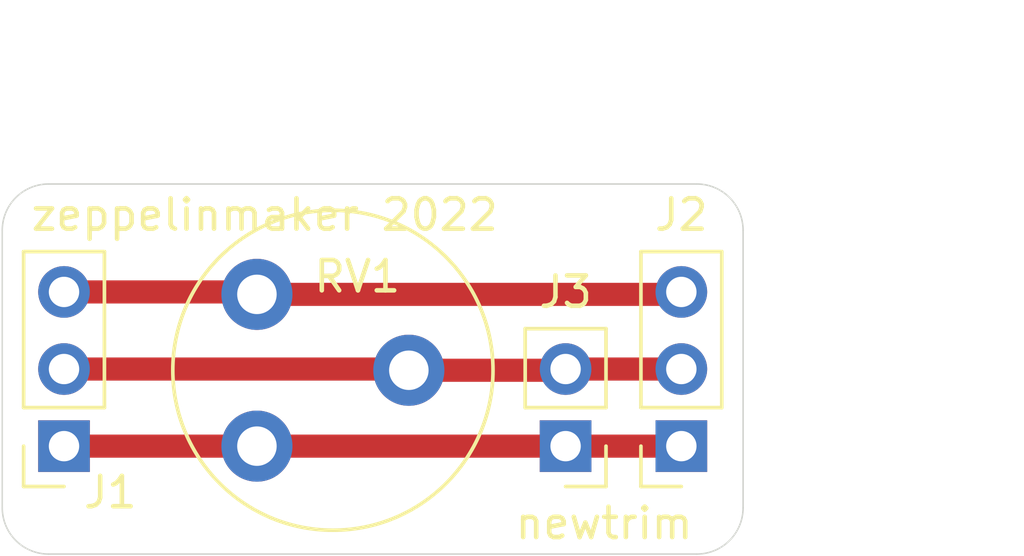
<source format=kicad_pcb>
(kicad_pcb (version 20171130) (host pcbnew "(5.1.4-0-10_14)")

  (general
    (thickness 1.6)
    (drawings 12)
    (tracks 12)
    (zones 0)
    (modules 4)
    (nets 4)
  )

  (page A4)
  (layers
    (0 F.Cu signal)
    (31 B.Cu signal)
    (32 B.Adhes user)
    (33 F.Adhes user)
    (34 B.Paste user)
    (35 F.Paste user)
    (36 B.SilkS user)
    (37 F.SilkS user)
    (38 B.Mask user)
    (39 F.Mask user)
    (40 Dwgs.User user)
    (41 Cmts.User user)
    (42 Eco1.User user)
    (43 Eco2.User user)
    (44 Edge.Cuts user)
    (45 Margin user)
    (46 B.CrtYd user)
    (47 F.CrtYd user)
    (48 B.Fab user)
    (49 F.Fab user hide)
  )

  (setup
    (last_trace_width 0.762)
    (user_trace_width 0.508)
    (user_trace_width 0.762)
    (trace_clearance 0.2)
    (zone_clearance 0.508)
    (zone_45_only no)
    (trace_min 0.2)
    (via_size 0.8)
    (via_drill 0.4)
    (via_min_size 0.4)
    (via_min_drill 0.3)
    (uvia_size 0.3)
    (uvia_drill 0.1)
    (uvias_allowed no)
    (uvia_min_size 0.2)
    (uvia_min_drill 0.1)
    (edge_width 0.05)
    (segment_width 0.2)
    (pcb_text_width 0.3)
    (pcb_text_size 1.5 1.5)
    (mod_edge_width 0.12)
    (mod_text_size 1 1)
    (mod_text_width 0.15)
    (pad_size 1.524 1.524)
    (pad_drill 0.762)
    (pad_to_mask_clearance 0.051)
    (solder_mask_min_width 0.25)
    (aux_axis_origin 0 0)
    (visible_elements FFFFFF7F)
    (pcbplotparams
      (layerselection 0x3ffff_ffffffff)
      (usegerberextensions false)
      (usegerberattributes false)
      (usegerberadvancedattributes false)
      (creategerberjobfile false)
      (excludeedgelayer true)
      (linewidth 0.100000)
      (plotframeref false)
      (viasonmask false)
      (mode 1)
      (useauxorigin false)
      (hpglpennumber 1)
      (hpglpenspeed 20)
      (hpglpendiameter 15.000000)
      (psnegative false)
      (psa4output false)
      (plotreference true)
      (plotvalue true)
      (plotinvisibletext false)
      (padsonsilk false)
      (subtractmaskfromsilk false)
      (outputformat 1)
      (mirror false)
      (drillshape 0)
      (scaleselection 1)
      (outputdirectory "newtrim-gerber/"))
  )

  (net 0 "")
  (net 1 "Net-(J1-Pad3)")
  (net 2 "Net-(J1-Pad2)")
  (net 3 "Net-(J1-Pad1)")

  (net_class Default "This is the default net class."
    (clearance 0.2)
    (trace_width 0.25)
    (via_dia 0.8)
    (via_drill 0.4)
    (uvia_dia 0.3)
    (uvia_drill 0.1)
    (add_net "Net-(J1-Pad1)")
    (add_net "Net-(J1-Pad2)")
    (add_net "Net-(J1-Pad3)")
  )

  (module Connector_PinSocket_2.54mm:PinSocket_1x03_P2.54mm_Vertical (layer F.Cu) (tedit 5A19A429) (tstamp 6290F200)
    (at 73.66 91.44 180)
    (descr "Through hole straight socket strip, 1x03, 2.54mm pitch, single row (from Kicad 4.0.7), script generated")
    (tags "Through hole socket strip THT 1x03 2.54mm single row")
    (path /6290F3F0)
    (fp_text reference J1 (at -1.524 -1.524) (layer F.SilkS)
      (effects (font (size 1 1) (thickness 0.15)))
    )
    (fp_text value Conn_01x03 (at 0 7.85) (layer F.Fab)
      (effects (font (size 1 1) (thickness 0.15)))
    )
    (fp_text user %R (at 0 2.54 90) (layer F.Fab)
      (effects (font (size 1 1) (thickness 0.15)))
    )
    (fp_line (start -1.8 6.85) (end -1.8 -1.8) (layer F.CrtYd) (width 0.05))
    (fp_line (start 1.75 6.85) (end -1.8 6.85) (layer F.CrtYd) (width 0.05))
    (fp_line (start 1.75 -1.8) (end 1.75 6.85) (layer F.CrtYd) (width 0.05))
    (fp_line (start -1.8 -1.8) (end 1.75 -1.8) (layer F.CrtYd) (width 0.05))
    (fp_line (start 0 -1.33) (end 1.33 -1.33) (layer F.SilkS) (width 0.12))
    (fp_line (start 1.33 -1.33) (end 1.33 0) (layer F.SilkS) (width 0.12))
    (fp_line (start 1.33 1.27) (end 1.33 6.41) (layer F.SilkS) (width 0.12))
    (fp_line (start -1.33 6.41) (end 1.33 6.41) (layer F.SilkS) (width 0.12))
    (fp_line (start -1.33 1.27) (end -1.33 6.41) (layer F.SilkS) (width 0.12))
    (fp_line (start -1.33 1.27) (end 1.33 1.27) (layer F.SilkS) (width 0.12))
    (fp_line (start -1.27 6.35) (end -1.27 -1.27) (layer F.Fab) (width 0.1))
    (fp_line (start 1.27 6.35) (end -1.27 6.35) (layer F.Fab) (width 0.1))
    (fp_line (start 1.27 -0.635) (end 1.27 6.35) (layer F.Fab) (width 0.1))
    (fp_line (start 0.635 -1.27) (end 1.27 -0.635) (layer F.Fab) (width 0.1))
    (fp_line (start -1.27 -1.27) (end 0.635 -1.27) (layer F.Fab) (width 0.1))
    (pad 3 thru_hole oval (at 0 5.08 180) (size 1.7 1.7) (drill 1) (layers *.Cu *.Mask)
      (net 1 "Net-(J1-Pad3)"))
    (pad 2 thru_hole oval (at 0 2.54 180) (size 1.7 1.7) (drill 1) (layers *.Cu *.Mask)
      (net 2 "Net-(J1-Pad2)"))
    (pad 1 thru_hole rect (at 0 0 180) (size 1.7 1.7) (drill 1) (layers *.Cu *.Mask)
      (net 3 "Net-(J1-Pad1)"))
    (model ${KISYS3DMOD}/Connector_PinSocket_2.54mm.3dshapes/PinSocket_1x03_P2.54mm_Vertical.wrl
      (at (xyz 0 0 0))
      (scale (xyz 1 1 1))
      (rotate (xyz 0 0 0))
    )
  )

  (module Connector_PinSocket_2.54mm:PinSocket_1x03_P2.54mm_Vertical (layer F.Cu) (tedit 5A19A429) (tstamp 6290F217)
    (at 93.98 91.44 180)
    (descr "Through hole straight socket strip, 1x03, 2.54mm pitch, single row (from Kicad 4.0.7), script generated")
    (tags "Through hole socket strip THT 1x03 2.54mm single row")
    (path /6290E3E7)
    (fp_text reference J2 (at 0 7.62) (layer F.SilkS)
      (effects (font (size 1 1) (thickness 0.15)))
    )
    (fp_text value Conn_01x03 (at 0 7.85) (layer F.Fab)
      (effects (font (size 1 1) (thickness 0.15)))
    )
    (fp_line (start -1.27 -1.27) (end 0.635 -1.27) (layer F.Fab) (width 0.1))
    (fp_line (start 0.635 -1.27) (end 1.27 -0.635) (layer F.Fab) (width 0.1))
    (fp_line (start 1.27 -0.635) (end 1.27 6.35) (layer F.Fab) (width 0.1))
    (fp_line (start 1.27 6.35) (end -1.27 6.35) (layer F.Fab) (width 0.1))
    (fp_line (start -1.27 6.35) (end -1.27 -1.27) (layer F.Fab) (width 0.1))
    (fp_line (start -1.33 1.27) (end 1.33 1.27) (layer F.SilkS) (width 0.12))
    (fp_line (start -1.33 1.27) (end -1.33 6.41) (layer F.SilkS) (width 0.12))
    (fp_line (start -1.33 6.41) (end 1.33 6.41) (layer F.SilkS) (width 0.12))
    (fp_line (start 1.33 1.27) (end 1.33 6.41) (layer F.SilkS) (width 0.12))
    (fp_line (start 1.33 -1.33) (end 1.33 0) (layer F.SilkS) (width 0.12))
    (fp_line (start 0 -1.33) (end 1.33 -1.33) (layer F.SilkS) (width 0.12))
    (fp_line (start -1.8 -1.8) (end 1.75 -1.8) (layer F.CrtYd) (width 0.05))
    (fp_line (start 1.75 -1.8) (end 1.75 6.85) (layer F.CrtYd) (width 0.05))
    (fp_line (start 1.75 6.85) (end -1.8 6.85) (layer F.CrtYd) (width 0.05))
    (fp_line (start -1.8 6.85) (end -1.8 -1.8) (layer F.CrtYd) (width 0.05))
    (fp_text user %R (at 0 2.54 90) (layer F.Fab)
      (effects (font (size 1 1) (thickness 0.15)))
    )
    (pad 1 thru_hole rect (at 0 0 180) (size 1.7 1.7) (drill 1) (layers *.Cu *.Mask)
      (net 3 "Net-(J1-Pad1)"))
    (pad 2 thru_hole oval (at 0 2.54 180) (size 1.7 1.7) (drill 1) (layers *.Cu *.Mask)
      (net 2 "Net-(J1-Pad2)"))
    (pad 3 thru_hole oval (at 0 5.08 180) (size 1.7 1.7) (drill 1) (layers *.Cu *.Mask)
      (net 1 "Net-(J1-Pad3)"))
    (model ${KISYS3DMOD}/Connector_PinSocket_2.54mm.3dshapes/PinSocket_1x03_P2.54mm_Vertical.wrl
      (at (xyz 0 0 0))
      (scale (xyz 1 1 1))
      (rotate (xyz 0 0 0))
    )
  )

  (module Potentiometer_THT:Potentiometer_Piher_PT-10-V05_Vertical (layer F.Cu) (tedit 5A3D4994) (tstamp 6290F226)
    (at 80.01 91.44)
    (descr "Potentiometer, vertical, Piher PT-10-V05, http://www.piher-nacesa.com/pdf/12-PT10v03.pdf")
    (tags "Potentiometer vertical Piher PT-10-V05")
    (path /6290FEFC)
    (fp_text reference RV1 (at 3.302 -5.588) (layer F.SilkS)
      (effects (font (size 1 1) (thickness 0.15)))
    )
    (fp_text value R_POT_TRIM (at 2.5 3.9) (layer F.Fab)
      (effects (font (size 1 1) (thickness 0.15)))
    )
    (fp_circle (center 2.5 -2.5) (end 7.65 -2.5) (layer F.Fab) (width 0.1))
    (fp_circle (center 2.5 -2.5) (end 4 -2.5) (layer F.Fab) (width 0.1))
    (fp_circle (center 2.501 -2.5) (end 7.771 -2.5) (layer F.SilkS) (width 0.12))
    (fp_line (start -2.9 -7.9) (end -2.9 2.95) (layer F.CrtYd) (width 0.05))
    (fp_line (start -2.9 2.95) (end 7.9 2.95) (layer F.CrtYd) (width 0.05))
    (fp_line (start 7.9 2.95) (end 7.9 -7.9) (layer F.CrtYd) (width 0.05))
    (fp_line (start 7.9 -7.9) (end -2.9 -7.9) (layer F.CrtYd) (width 0.05))
    (fp_text user %R (at -1.45 -2.5 90) (layer F.Fab)
      (effects (font (size 1 1) (thickness 0.15)))
    )
    (pad 3 thru_hole circle (at 0 -5) (size 2.34 2.34) (drill 1.3) (layers *.Cu *.Mask)
      (net 1 "Net-(J1-Pad3)"))
    (pad 2 thru_hole circle (at 5 -2.5) (size 2.34 2.34) (drill 1.3) (layers *.Cu *.Mask)
      (net 2 "Net-(J1-Pad2)"))
    (pad 1 thru_hole circle (at 0 0) (size 2.34 2.34) (drill 1.3) (layers *.Cu *.Mask)
      (net 3 "Net-(J1-Pad1)"))
    (model ${KISYS3DMOD}/Potentiometer_THT.3dshapes/Potentiometer_Piher_PT-10-V05_Vertical.wrl
      (at (xyz 0 0 0))
      (scale (xyz 1 1 1))
      (rotate (xyz 0 0 0))
    )
  )

  (module Connector_PinHeader_2.54mm:PinHeader_1x02_P2.54mm_Vertical (layer F.Cu) (tedit 59FED5CC) (tstamp 6290F710)
    (at 90.17 91.44 180)
    (descr "Through hole straight pin header, 1x02, 2.54mm pitch, single row")
    (tags "Through hole pin header THT 1x02 2.54mm single row")
    (path /62915CF3)
    (fp_text reference J3 (at 0 5.08) (layer F.SilkS)
      (effects (font (size 1 1) (thickness 0.15)))
    )
    (fp_text value Conn_01x02_Male (at 0 4.87) (layer F.Fab)
      (effects (font (size 1 1) (thickness 0.15)))
    )
    (fp_line (start -0.635 -1.27) (end 1.27 -1.27) (layer F.Fab) (width 0.1))
    (fp_line (start 1.27 -1.27) (end 1.27 3.81) (layer F.Fab) (width 0.1))
    (fp_line (start 1.27 3.81) (end -1.27 3.81) (layer F.Fab) (width 0.1))
    (fp_line (start -1.27 3.81) (end -1.27 -0.635) (layer F.Fab) (width 0.1))
    (fp_line (start -1.27 -0.635) (end -0.635 -1.27) (layer F.Fab) (width 0.1))
    (fp_line (start -1.33 3.87) (end 1.33 3.87) (layer F.SilkS) (width 0.12))
    (fp_line (start -1.33 1.27) (end -1.33 3.87) (layer F.SilkS) (width 0.12))
    (fp_line (start 1.33 1.27) (end 1.33 3.87) (layer F.SilkS) (width 0.12))
    (fp_line (start -1.33 1.27) (end 1.33 1.27) (layer F.SilkS) (width 0.12))
    (fp_line (start -1.33 0) (end -1.33 -1.33) (layer F.SilkS) (width 0.12))
    (fp_line (start -1.33 -1.33) (end 0 -1.33) (layer F.SilkS) (width 0.12))
    (fp_line (start -1.8 -1.8) (end -1.8 4.35) (layer F.CrtYd) (width 0.05))
    (fp_line (start -1.8 4.35) (end 1.8 4.35) (layer F.CrtYd) (width 0.05))
    (fp_line (start 1.8 4.35) (end 1.8 -1.8) (layer F.CrtYd) (width 0.05))
    (fp_line (start 1.8 -1.8) (end -1.8 -1.8) (layer F.CrtYd) (width 0.05))
    (fp_text user %R (at 0 1.27 90) (layer F.Fab)
      (effects (font (size 1 1) (thickness 0.15)))
    )
    (pad 1 thru_hole rect (at 0 0 180) (size 1.7 1.7) (drill 1) (layers *.Cu *.Mask)
      (net 3 "Net-(J1-Pad1)"))
    (pad 2 thru_hole oval (at 0 2.54 180) (size 1.7 1.7) (drill 1) (layers *.Cu *.Mask)
      (net 2 "Net-(J1-Pad2)"))
    (model ${KISYS3DMOD}/Connector_PinHeader_2.54mm.3dshapes/PinHeader_1x02_P2.54mm_Vertical.wrl
      (at (xyz 0 0 0))
      (scale (xyz 1 1 1))
      (rotate (xyz 0 0 0))
    )
  )

  (dimension 12.192 (width 0.15) (layer Eco1.User)
    (gr_text "12.192 mm" (at 103.916 88.9 270) (layer Eco1.User)
      (effects (font (size 1 1) (thickness 0.15)))
    )
    (feature1 (pts (xy 97.028 94.996) (xy 103.202421 94.996)))
    (feature2 (pts (xy 97.028 82.804) (xy 103.202421 82.804)))
    (crossbar (pts (xy 102.616 82.804) (xy 102.616 94.996)))
    (arrow1a (pts (xy 102.616 94.996) (xy 102.029579 93.869496)))
    (arrow1b (pts (xy 102.616 94.996) (xy 103.202421 93.869496)))
    (arrow2a (pts (xy 102.616 82.804) (xy 102.029579 83.930504)))
    (arrow2b (pts (xy 102.616 82.804) (xy 103.202421 83.930504)))
  )
  (dimension 24.384 (width 0.15) (layer Eco1.User)
    (gr_text "24.384 mm" (at 83.82 77.44) (layer Eco1.User)
      (effects (font (size 1 1) (thickness 0.15)))
    )
    (feature1 (pts (xy 96.012 80.264) (xy 96.012 78.153579)))
    (feature2 (pts (xy 71.628 80.264) (xy 71.628 78.153579)))
    (crossbar (pts (xy 71.628 78.74) (xy 96.012 78.74)))
    (arrow1a (pts (xy 96.012 78.74) (xy 94.885496 79.326421)))
    (arrow1b (pts (xy 96.012 78.74) (xy 94.885496 78.153579)))
    (arrow2a (pts (xy 71.628 78.74) (xy 72.754504 79.326421)))
    (arrow2b (pts (xy 71.628 78.74) (xy 72.754504 78.153579)))
  )
  (gr_text "newtrim\n" (at 91.44 93.98) (layer F.SilkS)
    (effects (font (size 1 1) (thickness 0.15)))
  )
  (gr_text "zeppelinmaker 2022\n" (at 80.264 83.82) (layer F.SilkS)
    (effects (font (size 1 1) (thickness 0.15)))
  )
  (gr_arc (start 73.152 93.472) (end 71.628 93.472) (angle -90) (layer Edge.Cuts) (width 0.05) (tstamp 6290F852))
  (gr_arc (start 94.488 93.472) (end 94.488 94.996) (angle -90) (layer Edge.Cuts) (width 0.05) (tstamp 6290F850))
  (gr_arc (start 94.488 84.328) (end 96.012 84.328) (angle -90) (layer Edge.Cuts) (width 0.05) (tstamp 6290F84E))
  (gr_arc (start 73.152 84.328) (end 73.152 82.804) (angle -90) (layer Edge.Cuts) (width 0.05))
  (gr_line (start 71.628 93.472) (end 71.628 84.328) (layer Edge.Cuts) (width 0.05) (tstamp 6290F845))
  (gr_line (start 94.488 94.996) (end 73.152 94.996) (layer Edge.Cuts) (width 0.05))
  (gr_line (start 96.012 84.328) (end 96.012 93.472) (layer Edge.Cuts) (width 0.05))
  (gr_line (start 73.152 82.804) (end 94.488 82.804) (layer Edge.Cuts) (width 0.05))

  (segment (start 79.93 86.36) (end 80.01 86.44) (width 0.762) (layer F.Cu) (net 1) (status 30))
  (segment (start 73.66 86.36) (end 79.93 86.36) (width 0.762) (layer F.Cu) (net 1) (status 30))
  (segment (start 93.9 86.44) (end 93.98 86.36) (width 0.762) (layer F.Cu) (net 1))
  (segment (start 80.01 86.44) (end 93.9 86.44) (width 0.762) (layer F.Cu) (net 1))
  (segment (start 84.97 88.9) (end 85.01 88.94) (width 0.762) (layer F.Cu) (net 2) (status 30))
  (segment (start 73.66 88.9) (end 84.97 88.9) (width 0.762) (layer F.Cu) (net 2) (status 30))
  (segment (start 90.13 88.94) (end 90.17 88.9) (width 0.762) (layer F.Cu) (net 2))
  (segment (start 85.01 88.94) (end 90.13 88.94) (width 0.762) (layer F.Cu) (net 2))
  (segment (start 90.17 88.9) (end 93.98 88.9) (width 0.762) (layer F.Cu) (net 2))
  (segment (start 73.66 91.44) (end 80.01 91.44) (width 0.762) (layer F.Cu) (net 3) (status 30))
  (segment (start 80.01 91.44) (end 90.17 91.44) (width 0.762) (layer F.Cu) (net 3))
  (segment (start 90.17 91.44) (end 93.98 91.44) (width 0.762) (layer F.Cu) (net 3))

)

</source>
